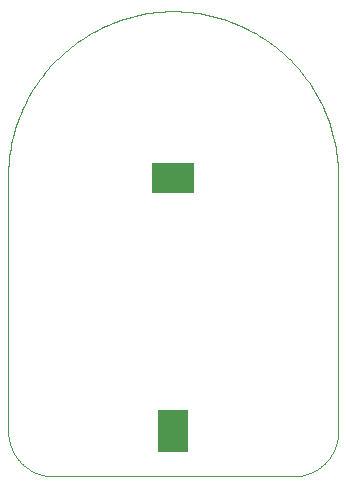
<source format=gbp>
G75*
%MOIN*%
%OFA0B0*%
%FSLAX25Y25*%
%IPPOS*%
%LPD*%
%AMOC8*
5,1,8,0,0,1.08239X$1,22.5*
%
%ADD10R,0.10236X0.14173*%
%ADD11R,0.14173X0.10236*%
%ADD12C,0.00000*%
D10*
X0061800Y0034006D03*
D11*
X0061800Y0118376D03*
D12*
X0021800Y0019006D02*
X0101800Y0019006D01*
X0102162Y0019010D01*
X0102525Y0019024D01*
X0102887Y0019045D01*
X0103248Y0019076D01*
X0103608Y0019115D01*
X0103967Y0019163D01*
X0104325Y0019220D01*
X0104682Y0019285D01*
X0105037Y0019359D01*
X0105390Y0019442D01*
X0105741Y0019533D01*
X0106089Y0019632D01*
X0106435Y0019740D01*
X0106779Y0019856D01*
X0107119Y0019981D01*
X0107456Y0020113D01*
X0107790Y0020254D01*
X0108121Y0020403D01*
X0108448Y0020560D01*
X0108771Y0020724D01*
X0109090Y0020896D01*
X0109404Y0021076D01*
X0109715Y0021264D01*
X0110020Y0021459D01*
X0110321Y0021661D01*
X0110617Y0021871D01*
X0110907Y0022087D01*
X0111193Y0022311D01*
X0111473Y0022541D01*
X0111747Y0022778D01*
X0112015Y0023022D01*
X0112278Y0023272D01*
X0112534Y0023528D01*
X0112784Y0023791D01*
X0113028Y0024059D01*
X0113265Y0024333D01*
X0113495Y0024613D01*
X0113719Y0024899D01*
X0113935Y0025189D01*
X0114145Y0025485D01*
X0114347Y0025786D01*
X0114542Y0026091D01*
X0114730Y0026402D01*
X0114910Y0026716D01*
X0115082Y0027035D01*
X0115246Y0027358D01*
X0115403Y0027685D01*
X0115552Y0028016D01*
X0115693Y0028350D01*
X0115825Y0028687D01*
X0115950Y0029027D01*
X0116066Y0029371D01*
X0116174Y0029717D01*
X0116273Y0030065D01*
X0116364Y0030416D01*
X0116447Y0030769D01*
X0116521Y0031124D01*
X0116586Y0031481D01*
X0116643Y0031839D01*
X0116691Y0032198D01*
X0116730Y0032558D01*
X0116761Y0032919D01*
X0116782Y0033281D01*
X0116796Y0033644D01*
X0116800Y0034006D01*
X0116800Y0119006D01*
X0116784Y0120345D01*
X0116735Y0121684D01*
X0116653Y0123021D01*
X0116539Y0124355D01*
X0116393Y0125687D01*
X0116214Y0127014D01*
X0116003Y0128337D01*
X0115759Y0129654D01*
X0115484Y0130965D01*
X0115177Y0132268D01*
X0114838Y0133564D01*
X0114468Y0134851D01*
X0114067Y0136129D01*
X0113634Y0137397D01*
X0113171Y0138654D01*
X0112677Y0139899D01*
X0112153Y0141132D01*
X0111600Y0142351D01*
X0111016Y0143557D01*
X0110404Y0144748D01*
X0109763Y0145924D01*
X0109093Y0147084D01*
X0108395Y0148227D01*
X0107670Y0149353D01*
X0106917Y0150461D01*
X0106138Y0151551D01*
X0105332Y0152621D01*
X0104501Y0153671D01*
X0103644Y0154700D01*
X0102762Y0155709D01*
X0101857Y0156695D01*
X0100927Y0157659D01*
X0099974Y0158601D01*
X0098999Y0159519D01*
X0098001Y0160412D01*
X0096982Y0161282D01*
X0095942Y0162126D01*
X0094882Y0162944D01*
X0093802Y0163737D01*
X0092704Y0164503D01*
X0091586Y0165242D01*
X0090452Y0165954D01*
X0089300Y0166637D01*
X0088132Y0167293D01*
X0086948Y0167920D01*
X0085750Y0168518D01*
X0084537Y0169086D01*
X0083311Y0169625D01*
X0082072Y0170134D01*
X0080821Y0170612D01*
X0079558Y0171060D01*
X0078286Y0171477D01*
X0077003Y0171863D01*
X0075711Y0172218D01*
X0074411Y0172541D01*
X0073104Y0172832D01*
X0071790Y0173091D01*
X0070470Y0173318D01*
X0069145Y0173513D01*
X0067815Y0173676D01*
X0066482Y0173806D01*
X0065147Y0173904D01*
X0063809Y0173969D01*
X0062470Y0174002D01*
X0061130Y0174002D01*
X0059791Y0173969D01*
X0058453Y0173904D01*
X0057118Y0173806D01*
X0055785Y0173676D01*
X0054455Y0173513D01*
X0053130Y0173318D01*
X0051810Y0173091D01*
X0050496Y0172832D01*
X0049189Y0172541D01*
X0047889Y0172218D01*
X0046597Y0171863D01*
X0045314Y0171477D01*
X0044042Y0171060D01*
X0042779Y0170612D01*
X0041528Y0170134D01*
X0040289Y0169625D01*
X0039063Y0169086D01*
X0037850Y0168518D01*
X0036652Y0167920D01*
X0035468Y0167293D01*
X0034300Y0166637D01*
X0033148Y0165954D01*
X0032014Y0165242D01*
X0030896Y0164503D01*
X0029798Y0163737D01*
X0028718Y0162944D01*
X0027658Y0162126D01*
X0026618Y0161282D01*
X0025599Y0160412D01*
X0024601Y0159519D01*
X0023626Y0158601D01*
X0022673Y0157659D01*
X0021743Y0156695D01*
X0020838Y0155709D01*
X0019956Y0154700D01*
X0019099Y0153671D01*
X0018268Y0152621D01*
X0017462Y0151551D01*
X0016683Y0150461D01*
X0015930Y0149353D01*
X0015205Y0148227D01*
X0014507Y0147084D01*
X0013837Y0145924D01*
X0013196Y0144748D01*
X0012584Y0143557D01*
X0012000Y0142351D01*
X0011447Y0141132D01*
X0010923Y0139899D01*
X0010429Y0138654D01*
X0009966Y0137397D01*
X0009533Y0136129D01*
X0009132Y0134851D01*
X0008762Y0133564D01*
X0008423Y0132268D01*
X0008116Y0130965D01*
X0007841Y0129654D01*
X0007597Y0128337D01*
X0007386Y0127014D01*
X0007207Y0125687D01*
X0007061Y0124355D01*
X0006947Y0123021D01*
X0006865Y0121684D01*
X0006816Y0120345D01*
X0006800Y0119006D01*
X0006800Y0034006D01*
X0006804Y0033644D01*
X0006818Y0033281D01*
X0006839Y0032919D01*
X0006870Y0032558D01*
X0006909Y0032198D01*
X0006957Y0031839D01*
X0007014Y0031481D01*
X0007079Y0031124D01*
X0007153Y0030769D01*
X0007236Y0030416D01*
X0007327Y0030065D01*
X0007426Y0029717D01*
X0007534Y0029371D01*
X0007650Y0029027D01*
X0007775Y0028687D01*
X0007907Y0028350D01*
X0008048Y0028016D01*
X0008197Y0027685D01*
X0008354Y0027358D01*
X0008518Y0027035D01*
X0008690Y0026716D01*
X0008870Y0026402D01*
X0009058Y0026091D01*
X0009253Y0025786D01*
X0009455Y0025485D01*
X0009665Y0025189D01*
X0009881Y0024899D01*
X0010105Y0024613D01*
X0010335Y0024333D01*
X0010572Y0024059D01*
X0010816Y0023791D01*
X0011066Y0023528D01*
X0011322Y0023272D01*
X0011585Y0023022D01*
X0011853Y0022778D01*
X0012127Y0022541D01*
X0012407Y0022311D01*
X0012693Y0022087D01*
X0012983Y0021871D01*
X0013279Y0021661D01*
X0013580Y0021459D01*
X0013885Y0021264D01*
X0014196Y0021076D01*
X0014510Y0020896D01*
X0014829Y0020724D01*
X0015152Y0020560D01*
X0015479Y0020403D01*
X0015810Y0020254D01*
X0016144Y0020113D01*
X0016481Y0019981D01*
X0016821Y0019856D01*
X0017165Y0019740D01*
X0017511Y0019632D01*
X0017859Y0019533D01*
X0018210Y0019442D01*
X0018563Y0019359D01*
X0018918Y0019285D01*
X0019275Y0019220D01*
X0019633Y0019163D01*
X0019992Y0019115D01*
X0020352Y0019076D01*
X0020713Y0019045D01*
X0021075Y0019024D01*
X0021438Y0019010D01*
X0021800Y0019006D01*
M02*

</source>
